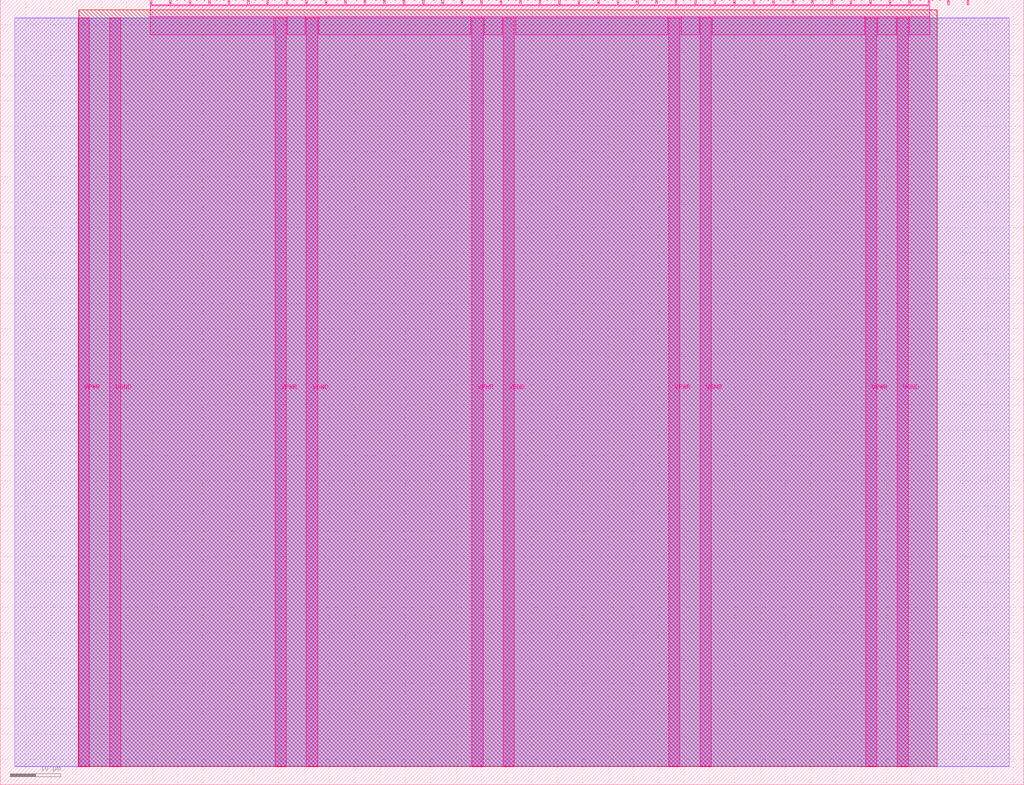
<source format=lef>
VERSION 5.7 ;
  NOWIREEXTENSIONATPIN ON ;
  DIVIDERCHAR "/" ;
  BUSBITCHARS "[]" ;
MACRO tt_um_emmyxu_obstacle_detection
  CLASS BLOCK ;
  FOREIGN tt_um_emmyxu_obstacle_detection ;
  ORIGIN 0.000 0.000 ;
  SIZE 202.080 BY 154.980 ;
  PIN VGND
    DIRECTION INOUT ;
    USE GROUND ;
    PORT
      LAYER Metal5 ;
        RECT 21.580 3.560 23.780 151.420 ;
    END
    PORT
      LAYER Metal5 ;
        RECT 60.450 3.560 62.650 151.420 ;
    END
    PORT
      LAYER Metal5 ;
        RECT 99.320 3.560 101.520 151.420 ;
    END
    PORT
      LAYER Metal5 ;
        RECT 138.190 3.560 140.390 151.420 ;
    END
    PORT
      LAYER Metal5 ;
        RECT 177.060 3.560 179.260 151.420 ;
    END
  END VGND
  PIN VPWR
    DIRECTION INOUT ;
    USE POWER ;
    PORT
      LAYER Metal5 ;
        RECT 15.380 3.560 17.580 151.420 ;
    END
    PORT
      LAYER Metal5 ;
        RECT 54.250 3.560 56.450 151.420 ;
    END
    PORT
      LAYER Metal5 ;
        RECT 93.120 3.560 95.320 151.420 ;
    END
    PORT
      LAYER Metal5 ;
        RECT 131.990 3.560 134.190 151.420 ;
    END
    PORT
      LAYER Metal5 ;
        RECT 170.860 3.560 173.060 151.420 ;
    END
  END VPWR
  PIN clk
    DIRECTION INPUT ;
    USE SIGNAL ;
    PORT
      LAYER Metal5 ;
        RECT 187.050 153.980 187.350 154.980 ;
    END
  END clk
  PIN ena
    DIRECTION INPUT ;
    USE SIGNAL ;
    PORT
      LAYER Metal5 ;
        RECT 190.890 153.980 191.190 154.980 ;
    END
  END ena
  PIN rst_n
    DIRECTION INPUT ;
    USE SIGNAL ;
    ANTENNAGATEAREA 0.180700 ;
    PORT
      LAYER Metal5 ;
        RECT 183.210 153.980 183.510 154.980 ;
    END
  END rst_n
  PIN ui_in[0]
    DIRECTION INPUT ;
    USE SIGNAL ;
    ANTENNAGATEAREA 0.180700 ;
    PORT
      LAYER Metal5 ;
        RECT 179.370 153.980 179.670 154.980 ;
    END
  END ui_in[0]
  PIN ui_in[1]
    DIRECTION INPUT ;
    USE SIGNAL ;
    ANTENNAGATEAREA 0.180700 ;
    PORT
      LAYER Metal5 ;
        RECT 175.530 153.980 175.830 154.980 ;
    END
  END ui_in[1]
  PIN ui_in[2]
    DIRECTION INPUT ;
    USE SIGNAL ;
    PORT
      LAYER Metal5 ;
        RECT 171.690 153.980 171.990 154.980 ;
    END
  END ui_in[2]
  PIN ui_in[3]
    DIRECTION INPUT ;
    USE SIGNAL ;
    PORT
      LAYER Metal5 ;
        RECT 167.850 153.980 168.150 154.980 ;
    END
  END ui_in[3]
  PIN ui_in[4]
    DIRECTION INPUT ;
    USE SIGNAL ;
    PORT
      LAYER Metal5 ;
        RECT 164.010 153.980 164.310 154.980 ;
    END
  END ui_in[4]
  PIN ui_in[5]
    DIRECTION INPUT ;
    USE SIGNAL ;
    PORT
      LAYER Metal5 ;
        RECT 160.170 153.980 160.470 154.980 ;
    END
  END ui_in[5]
  PIN ui_in[6]
    DIRECTION INPUT ;
    USE SIGNAL ;
    PORT
      LAYER Metal5 ;
        RECT 156.330 153.980 156.630 154.980 ;
    END
  END ui_in[6]
  PIN ui_in[7]
    DIRECTION INPUT ;
    USE SIGNAL ;
    PORT
      LAYER Metal5 ;
        RECT 152.490 153.980 152.790 154.980 ;
    END
  END ui_in[7]
  PIN uio_in[0]
    DIRECTION INPUT ;
    USE SIGNAL ;
    PORT
      LAYER Metal5 ;
        RECT 148.650 153.980 148.950 154.980 ;
    END
  END uio_in[0]
  PIN uio_in[1]
    DIRECTION INPUT ;
    USE SIGNAL ;
    PORT
      LAYER Metal5 ;
        RECT 144.810 153.980 145.110 154.980 ;
    END
  END uio_in[1]
  PIN uio_in[2]
    DIRECTION INPUT ;
    USE SIGNAL ;
    PORT
      LAYER Metal5 ;
        RECT 140.970 153.980 141.270 154.980 ;
    END
  END uio_in[2]
  PIN uio_in[3]
    DIRECTION INPUT ;
    USE SIGNAL ;
    PORT
      LAYER Metal5 ;
        RECT 137.130 153.980 137.430 154.980 ;
    END
  END uio_in[3]
  PIN uio_in[4]
    DIRECTION INPUT ;
    USE SIGNAL ;
    PORT
      LAYER Metal5 ;
        RECT 133.290 153.980 133.590 154.980 ;
    END
  END uio_in[4]
  PIN uio_in[5]
    DIRECTION INPUT ;
    USE SIGNAL ;
    PORT
      LAYER Metal5 ;
        RECT 129.450 153.980 129.750 154.980 ;
    END
  END uio_in[5]
  PIN uio_in[6]
    DIRECTION INPUT ;
    USE SIGNAL ;
    PORT
      LAYER Metal5 ;
        RECT 125.610 153.980 125.910 154.980 ;
    END
  END uio_in[6]
  PIN uio_in[7]
    DIRECTION INPUT ;
    USE SIGNAL ;
    PORT
      LAYER Metal5 ;
        RECT 121.770 153.980 122.070 154.980 ;
    END
  END uio_in[7]
  PIN uio_oe[0]
    DIRECTION OUTPUT ;
    USE SIGNAL ;
    ANTENNADIFFAREA 0.299200 ;
    PORT
      LAYER Metal5 ;
        RECT 56.490 153.980 56.790 154.980 ;
    END
  END uio_oe[0]
  PIN uio_oe[1]
    DIRECTION OUTPUT ;
    USE SIGNAL ;
    ANTENNADIFFAREA 0.299200 ;
    PORT
      LAYER Metal5 ;
        RECT 52.650 153.980 52.950 154.980 ;
    END
  END uio_oe[1]
  PIN uio_oe[2]
    DIRECTION OUTPUT ;
    USE SIGNAL ;
    ANTENNADIFFAREA 0.299200 ;
    PORT
      LAYER Metal5 ;
        RECT 48.810 153.980 49.110 154.980 ;
    END
  END uio_oe[2]
  PIN uio_oe[3]
    DIRECTION OUTPUT ;
    USE SIGNAL ;
    ANTENNADIFFAREA 0.299200 ;
    PORT
      LAYER Metal5 ;
        RECT 44.970 153.980 45.270 154.980 ;
    END
  END uio_oe[3]
  PIN uio_oe[4]
    DIRECTION OUTPUT ;
    USE SIGNAL ;
    ANTENNADIFFAREA 0.299200 ;
    PORT
      LAYER Metal5 ;
        RECT 41.130 153.980 41.430 154.980 ;
    END
  END uio_oe[4]
  PIN uio_oe[5]
    DIRECTION OUTPUT ;
    USE SIGNAL ;
    ANTENNADIFFAREA 0.299200 ;
    PORT
      LAYER Metal5 ;
        RECT 37.290 153.980 37.590 154.980 ;
    END
  END uio_oe[5]
  PIN uio_oe[6]
    DIRECTION OUTPUT ;
    USE SIGNAL ;
    ANTENNADIFFAREA 0.299200 ;
    PORT
      LAYER Metal5 ;
        RECT 33.450 153.980 33.750 154.980 ;
    END
  END uio_oe[6]
  PIN uio_oe[7]
    DIRECTION OUTPUT ;
    USE SIGNAL ;
    ANTENNADIFFAREA 0.299200 ;
    PORT
      LAYER Metal5 ;
        RECT 29.610 153.980 29.910 154.980 ;
    END
  END uio_oe[7]
  PIN uio_out[0]
    DIRECTION OUTPUT ;
    USE SIGNAL ;
    ANTENNADIFFAREA 0.299200 ;
    PORT
      LAYER Metal5 ;
        RECT 87.210 153.980 87.510 154.980 ;
    END
  END uio_out[0]
  PIN uio_out[1]
    DIRECTION OUTPUT ;
    USE SIGNAL ;
    ANTENNADIFFAREA 0.299200 ;
    PORT
      LAYER Metal5 ;
        RECT 83.370 153.980 83.670 154.980 ;
    END
  END uio_out[1]
  PIN uio_out[2]
    DIRECTION OUTPUT ;
    USE SIGNAL ;
    ANTENNADIFFAREA 0.299200 ;
    PORT
      LAYER Metal5 ;
        RECT 79.530 153.980 79.830 154.980 ;
    END
  END uio_out[2]
  PIN uio_out[3]
    DIRECTION OUTPUT ;
    USE SIGNAL ;
    ANTENNADIFFAREA 0.299200 ;
    PORT
      LAYER Metal5 ;
        RECT 75.690 153.980 75.990 154.980 ;
    END
  END uio_out[3]
  PIN uio_out[4]
    DIRECTION OUTPUT ;
    USE SIGNAL ;
    ANTENNADIFFAREA 0.299200 ;
    PORT
      LAYER Metal5 ;
        RECT 71.850 153.980 72.150 154.980 ;
    END
  END uio_out[4]
  PIN uio_out[5]
    DIRECTION OUTPUT ;
    USE SIGNAL ;
    ANTENNADIFFAREA 0.299200 ;
    PORT
      LAYER Metal5 ;
        RECT 68.010 153.980 68.310 154.980 ;
    END
  END uio_out[5]
  PIN uio_out[6]
    DIRECTION OUTPUT ;
    USE SIGNAL ;
    ANTENNADIFFAREA 0.299200 ;
    PORT
      LAYER Metal5 ;
        RECT 64.170 153.980 64.470 154.980 ;
    END
  END uio_out[6]
  PIN uio_out[7]
    DIRECTION OUTPUT ;
    USE SIGNAL ;
    ANTENNADIFFAREA 0.299200 ;
    PORT
      LAYER Metal5 ;
        RECT 60.330 153.980 60.630 154.980 ;
    END
  END uio_out[7]
  PIN uo_out[0]
    DIRECTION OUTPUT ;
    USE SIGNAL ;
    ANTENNADIFFAREA 0.654800 ;
    PORT
      LAYER Metal5 ;
        RECT 117.930 153.980 118.230 154.980 ;
    END
  END uo_out[0]
  PIN uo_out[1]
    DIRECTION OUTPUT ;
    USE SIGNAL ;
    ANTENNADIFFAREA 0.662000 ;
    PORT
      LAYER Metal5 ;
        RECT 114.090 153.980 114.390 154.980 ;
    END
  END uo_out[1]
  PIN uo_out[2]
    DIRECTION OUTPUT ;
    USE SIGNAL ;
    ANTENNAGATEAREA 0.180700 ;
    ANTENNADIFFAREA 0.632400 ;
    PORT
      LAYER Metal5 ;
        RECT 110.250 153.980 110.550 154.980 ;
    END
  END uo_out[2]
  PIN uo_out[3]
    DIRECTION OUTPUT ;
    USE SIGNAL ;
    ANTENNADIFFAREA 0.662000 ;
    PORT
      LAYER Metal5 ;
        RECT 106.410 153.980 106.710 154.980 ;
    END
  END uo_out[3]
  PIN uo_out[4]
    DIRECTION OUTPUT ;
    USE SIGNAL ;
    ANTENNADIFFAREA 0.299200 ;
    PORT
      LAYER Metal5 ;
        RECT 102.570 153.980 102.870 154.980 ;
    END
  END uo_out[4]
  PIN uo_out[5]
    DIRECTION OUTPUT ;
    USE SIGNAL ;
    ANTENNADIFFAREA 0.299200 ;
    PORT
      LAYER Metal5 ;
        RECT 98.730 153.980 99.030 154.980 ;
    END
  END uo_out[5]
  PIN uo_out[6]
    DIRECTION OUTPUT ;
    USE SIGNAL ;
    ANTENNADIFFAREA 0.299200 ;
    PORT
      LAYER Metal5 ;
        RECT 94.890 153.980 95.190 154.980 ;
    END
  END uo_out[6]
  PIN uo_out[7]
    DIRECTION OUTPUT ;
    USE SIGNAL ;
    ANTENNADIFFAREA 0.299200 ;
    PORT
      LAYER Metal5 ;
        RECT 91.050 153.980 91.350 154.980 ;
    END
  END uo_out[7]
  OBS
      LAYER GatPoly ;
        RECT 2.880 3.630 199.200 151.350 ;
      LAYER Metal1 ;
        RECT 2.880 3.560 199.200 151.420 ;
      LAYER Metal2 ;
        RECT 15.515 3.680 184.945 151.300 ;
      LAYER Metal3 ;
        RECT 15.560 3.635 184.900 153.025 ;
      LAYER Metal4 ;
        RECT 15.515 3.680 184.945 152.980 ;
      LAYER Metal5 ;
        RECT 30.120 153.770 33.240 153.980 ;
        RECT 33.960 153.770 37.080 153.980 ;
        RECT 37.800 153.770 40.920 153.980 ;
        RECT 41.640 153.770 44.760 153.980 ;
        RECT 45.480 153.770 48.600 153.980 ;
        RECT 49.320 153.770 52.440 153.980 ;
        RECT 53.160 153.770 56.280 153.980 ;
        RECT 57.000 153.770 60.120 153.980 ;
        RECT 60.840 153.770 63.960 153.980 ;
        RECT 64.680 153.770 67.800 153.980 ;
        RECT 68.520 153.770 71.640 153.980 ;
        RECT 72.360 153.770 75.480 153.980 ;
        RECT 76.200 153.770 79.320 153.980 ;
        RECT 80.040 153.770 83.160 153.980 ;
        RECT 83.880 153.770 87.000 153.980 ;
        RECT 87.720 153.770 90.840 153.980 ;
        RECT 91.560 153.770 94.680 153.980 ;
        RECT 95.400 153.770 98.520 153.980 ;
        RECT 99.240 153.770 102.360 153.980 ;
        RECT 103.080 153.770 106.200 153.980 ;
        RECT 106.920 153.770 110.040 153.980 ;
        RECT 110.760 153.770 113.880 153.980 ;
        RECT 114.600 153.770 117.720 153.980 ;
        RECT 118.440 153.770 121.560 153.980 ;
        RECT 122.280 153.770 125.400 153.980 ;
        RECT 126.120 153.770 129.240 153.980 ;
        RECT 129.960 153.770 133.080 153.980 ;
        RECT 133.800 153.770 136.920 153.980 ;
        RECT 137.640 153.770 140.760 153.980 ;
        RECT 141.480 153.770 144.600 153.980 ;
        RECT 145.320 153.770 148.440 153.980 ;
        RECT 149.160 153.770 152.280 153.980 ;
        RECT 153.000 153.770 156.120 153.980 ;
        RECT 156.840 153.770 159.960 153.980 ;
        RECT 160.680 153.770 163.800 153.980 ;
        RECT 164.520 153.770 167.640 153.980 ;
        RECT 168.360 153.770 171.480 153.980 ;
        RECT 172.200 153.770 175.320 153.980 ;
        RECT 176.040 153.770 179.160 153.980 ;
        RECT 179.880 153.770 183.000 153.980 ;
        RECT 29.660 151.630 183.460 153.770 ;
        RECT 29.660 148.115 54.040 151.630 ;
        RECT 56.660 148.115 60.240 151.630 ;
        RECT 62.860 148.115 92.910 151.630 ;
        RECT 95.530 148.115 99.110 151.630 ;
        RECT 101.730 148.115 131.780 151.630 ;
        RECT 134.400 148.115 137.980 151.630 ;
        RECT 140.600 148.115 170.650 151.630 ;
        RECT 173.270 148.115 176.850 151.630 ;
        RECT 179.470 148.115 183.460 151.630 ;
  END
END tt_um_emmyxu_obstacle_detection
END LIBRARY


</source>
